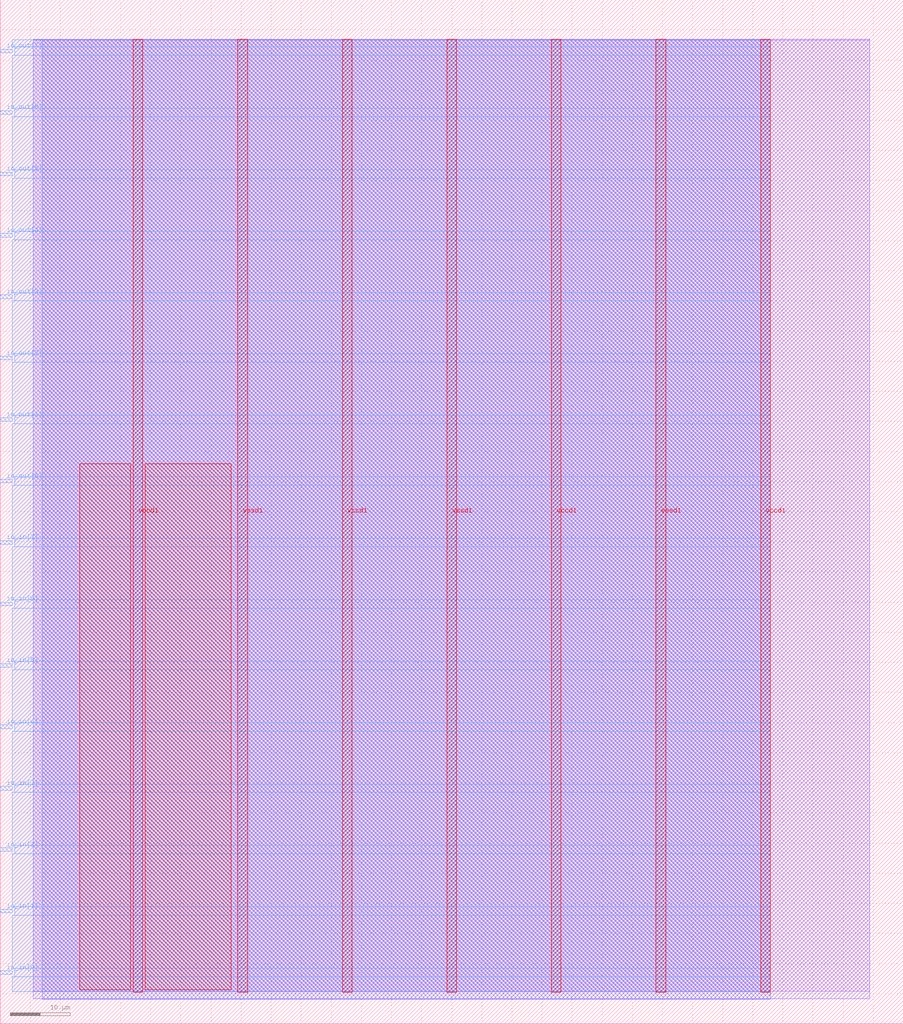
<source format=lef>
VERSION 5.7 ;
  NOWIREEXTENSIONATPIN ON ;
  DIVIDERCHAR "/" ;
  BUSBITCHARS "[]" ;
MACRO rc5_top
  CLASS BLOCK ;
  FOREIGN rc5_top ;
  ORIGIN 0.000 0.000 ;
  SIZE 150.000 BY 170.000 ;
  PIN io_in[0]
    DIRECTION INPUT ;
    USE SIGNAL ;
    PORT
      LAYER met3 ;
        RECT 0.000 8.200 2.000 8.800 ;
    END
  END io_in[0]
  PIN io_in[1]
    DIRECTION INPUT ;
    USE SIGNAL ;
    PORT
      LAYER met3 ;
        RECT 0.000 18.400 2.000 19.000 ;
    END
  END io_in[1]
  PIN io_in[2]
    DIRECTION INPUT ;
    USE SIGNAL ;
    PORT
      LAYER met3 ;
        RECT 0.000 28.600 2.000 29.200 ;
    END
  END io_in[2]
  PIN io_in[3]
    DIRECTION INPUT ;
    USE SIGNAL ;
    PORT
      LAYER met3 ;
        RECT 0.000 38.800 2.000 39.400 ;
    END
  END io_in[3]
  PIN io_in[4]
    DIRECTION INPUT ;
    USE SIGNAL ;
    PORT
      LAYER met3 ;
        RECT 0.000 49.000 2.000 49.600 ;
    END
  END io_in[4]
  PIN io_in[5]
    DIRECTION INPUT ;
    USE SIGNAL ;
    PORT
      LAYER met3 ;
        RECT 0.000 59.200 2.000 59.800 ;
    END
  END io_in[5]
  PIN io_in[6]
    DIRECTION INPUT ;
    USE SIGNAL ;
    PORT
      LAYER met3 ;
        RECT 0.000 69.400 2.000 70.000 ;
    END
  END io_in[6]
  PIN io_in[7]
    DIRECTION INPUT ;
    USE SIGNAL ;
    PORT
      LAYER met3 ;
        RECT 0.000 79.600 2.000 80.200 ;
    END
  END io_in[7]
  PIN io_out[0]
    DIRECTION OUTPUT TRISTATE ;
    USE SIGNAL ;
    PORT
      LAYER met3 ;
        RECT 0.000 89.800 2.000 90.400 ;
    END
  END io_out[0]
  PIN io_out[1]
    DIRECTION OUTPUT TRISTATE ;
    USE SIGNAL ;
    PORT
      LAYER met3 ;
        RECT 0.000 100.000 2.000 100.600 ;
    END
  END io_out[1]
  PIN io_out[2]
    DIRECTION OUTPUT TRISTATE ;
    USE SIGNAL ;
    PORT
      LAYER met3 ;
        RECT 0.000 110.200 2.000 110.800 ;
    END
  END io_out[2]
  PIN io_out[3]
    DIRECTION OUTPUT TRISTATE ;
    USE SIGNAL ;
    PORT
      LAYER met3 ;
        RECT 0.000 120.400 2.000 121.000 ;
    END
  END io_out[3]
  PIN io_out[4]
    DIRECTION OUTPUT TRISTATE ;
    USE SIGNAL ;
    PORT
      LAYER met3 ;
        RECT 0.000 130.600 2.000 131.200 ;
    END
  END io_out[4]
  PIN io_out[5]
    DIRECTION OUTPUT TRISTATE ;
    USE SIGNAL ;
    PORT
      LAYER met3 ;
        RECT 0.000 140.800 2.000 141.400 ;
    END
  END io_out[5]
  PIN io_out[6]
    DIRECTION OUTPUT TRISTATE ;
    USE SIGNAL ;
    PORT
      LAYER met3 ;
        RECT 0.000 151.000 2.000 151.600 ;
    END
  END io_out[6]
  PIN io_out[7]
    DIRECTION OUTPUT TRISTATE ;
    USE SIGNAL ;
    PORT
      LAYER met3 ;
        RECT 0.000 161.200 2.000 161.800 ;
    END
  END io_out[7]
  PIN vccd1
    DIRECTION INOUT ;
    USE POWER ;
    PORT
      LAYER met4 ;
        RECT 22.090 5.200 23.690 163.440 ;
    END
    PORT
      LAYER met4 ;
        RECT 56.830 5.200 58.430 163.440 ;
    END
    PORT
      LAYER met4 ;
        RECT 91.570 5.200 93.170 163.440 ;
    END
    PORT
      LAYER met4 ;
        RECT 126.310 5.200 127.910 163.440 ;
    END
  END vccd1
  PIN vssd1
    DIRECTION INOUT ;
    USE GROUND ;
    PORT
      LAYER met4 ;
        RECT 39.460 5.200 41.060 163.440 ;
    END
    PORT
      LAYER met4 ;
        RECT 74.200 5.200 75.800 163.440 ;
    END
    PORT
      LAYER met4 ;
        RECT 108.940 5.200 110.540 163.440 ;
    END
  END vssd1
  OBS
      LAYER li1 ;
        RECT 5.520 5.355 144.440 163.285 ;
      LAYER met1 ;
        RECT 5.520 4.120 144.440 163.440 ;
      LAYER met2 ;
        RECT 6.990 4.090 127.880 163.385 ;
      LAYER met3 ;
        RECT 2.000 162.200 127.900 163.365 ;
        RECT 2.400 160.800 127.900 162.200 ;
        RECT 2.000 152.000 127.900 160.800 ;
        RECT 2.400 150.600 127.900 152.000 ;
        RECT 2.000 141.800 127.900 150.600 ;
        RECT 2.400 140.400 127.900 141.800 ;
        RECT 2.000 131.600 127.900 140.400 ;
        RECT 2.400 130.200 127.900 131.600 ;
        RECT 2.000 121.400 127.900 130.200 ;
        RECT 2.400 120.000 127.900 121.400 ;
        RECT 2.000 111.200 127.900 120.000 ;
        RECT 2.400 109.800 127.900 111.200 ;
        RECT 2.000 101.000 127.900 109.800 ;
        RECT 2.400 99.600 127.900 101.000 ;
        RECT 2.000 90.800 127.900 99.600 ;
        RECT 2.400 89.400 127.900 90.800 ;
        RECT 2.000 80.600 127.900 89.400 ;
        RECT 2.400 79.200 127.900 80.600 ;
        RECT 2.000 70.400 127.900 79.200 ;
        RECT 2.400 69.000 127.900 70.400 ;
        RECT 2.000 60.200 127.900 69.000 ;
        RECT 2.400 58.800 127.900 60.200 ;
        RECT 2.000 50.000 127.900 58.800 ;
        RECT 2.400 48.600 127.900 50.000 ;
        RECT 2.000 39.800 127.900 48.600 ;
        RECT 2.400 38.400 127.900 39.800 ;
        RECT 2.000 29.600 127.900 38.400 ;
        RECT 2.400 28.200 127.900 29.600 ;
        RECT 2.000 19.400 127.900 28.200 ;
        RECT 2.400 18.000 127.900 19.400 ;
        RECT 2.000 9.200 127.900 18.000 ;
        RECT 2.400 7.800 127.900 9.200 ;
        RECT 2.000 5.275 127.900 7.800 ;
      LAYER met4 ;
        RECT 13.175 5.615 21.690 92.985 ;
        RECT 24.090 5.615 38.345 92.985 ;
  END
END rc5_top
END LIBRARY


</source>
